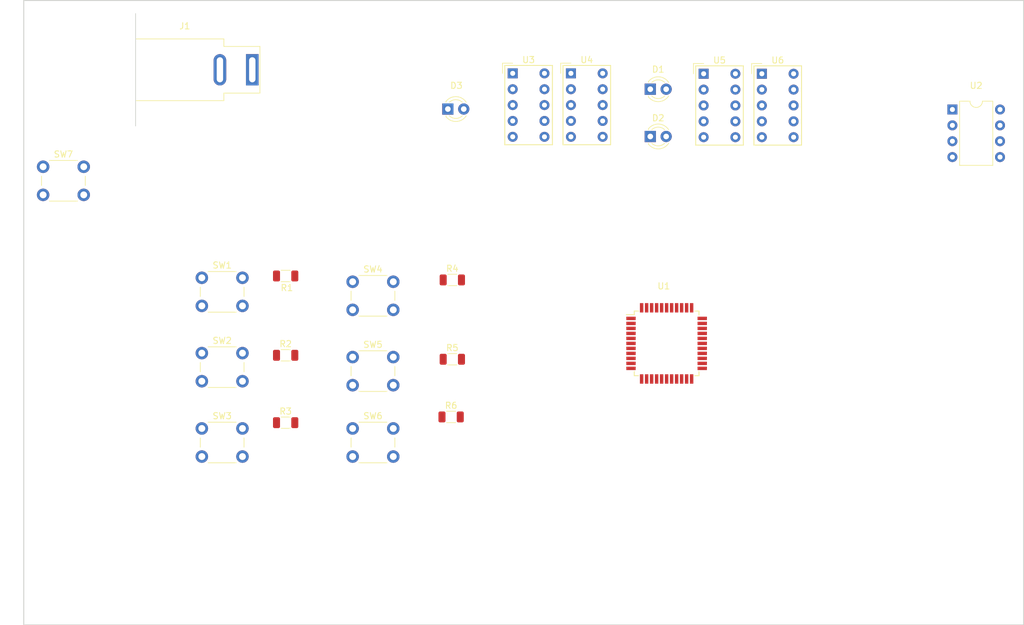
<source format=kicad_pcb>
(kicad_pcb (version 20221018) (generator pcbnew)
  (layers (0 "F.Cu" signal) (31 "B.Cu" signal) (34 "B.Paste" user) (35 "F.Paste" user) (36 "B.SilkS" user "B.Silkscreen") (37 "F.SilkS" user "F.Silkscreen") (38 "B.Mask" user) (39 "F.Mask" user) (44 "Edge.Cuts" user))
  (net 0 "")
  (net 1 "Net-(D1-K)")
  (net 2 "Net-(D1-A)")
  (net 3 "Net-(R1-Pad1)")
  (net 4 "Net-(R2-Pad1)")
  (net 5 "Net-(R3-Pad1)")
  (net 6 "Net-(R4-Pad1)")
  (net 7 "Net-(R5-Pad1)")
  (net 8 "Net-(R6-Pad1)")
  (net 14 "Net-(U1-PB2)")
  (net 16 "Net-(D3-K)")
  (net 17 "Net-(U1-PC2)")
  (net 18 "/2")
  (net 28 "/3")
  (net 29 "/4")
  (net 37 "Net-(U1-PA1)")
  (net 38 "Net-(U1-PA2)")
  (net 39 "/1")
  (net 41 "/F")
  (net 42 "/G")
  (net 43 "/E")
  (net 44 "/D")
  (net 46 "/C")
  (net 47 "/B")
  (net 48 "/A")
  (net 52 "/VCC")
  (net 53 "/Data_RTC")
  (net 54 "/CLK_RTC")
  (net 55 "/!RST_RTC")
  (net 57 "Net-(U2-X1)")
  (net 58 "Net-(U2-X2)")
  (footprint "Button_Switch_THT:SW_PUSH_6mm" (layer "F.Cu") (at 83.5 89.41)
    (fp_text reference "SW1" (at 3.25 -2) (layer "F.SilkS"))
    (fp_text value "SW_Push")
    (fp_line (start -0.25 1.5) (end -0.25 3) (stroke (width 0.12)) (layer "F.SilkS"))
    (fp_line (start 1 5.5) (end 5.5 5.5) (stroke (width 0.12)) (layer "F.SilkS"))
    (fp_line (start 5.5 -1) (end 1 -1) (stroke (width 0.12)) (layer "F.SilkS"))
    (fp_line (start 6.75 3) (end 6.75 1.5) (stroke (width 0.12)) (layer "F.SilkS"))
    (pad "1" thru_hole circle (at 0 0 90) (size 2 2) (drill 1.1) (layers "*.Cu" "*.Mask") (net 3 "Net-(R1-Pad1)"))
    (pad "1" thru_hole circle (at 6.5 0 90) (size 2 2) (drill 1.1) (layers "*.Cu" "*.Mask") (net 3 "Net-(R1-Pad1)"))
    (pad "2" thru_hole circle (at 0 4.5 90) (size 2 2) (drill 1.1) (layers "*.Cu" "*.Mask") (net 37 "Net-(U1-PA1)"))
    (pad "2" thru_hole circle (at 6.5 4.5 90) (size 2 2) (drill 1.1) (layers "*.Cu" "*.Mask") (net 37 "Net-(U1-PA1)"))
  )
  (footprint "Display_7Segment:HDSP-A151" (layer "F.Cu") (at 173.11 56.735)
    (fp_text reference "U6" (at 2.54 -2.159) (layer "F.SilkS"))
    (fp_text value "HDSP-7501")
    (fp_line (start -1.63 -1.63) (end 0 -1.63) (stroke (width 0.12)) (layer "F.SilkS"))
    (fp_line (start -1.63 0) (end -1.63 -1.63) (stroke (width 0.12)) (layer "F.SilkS"))
    (fp_line (start -1.27 -1.27) (end -1.27 11.43) (stroke (width 0.15)) (layer "F.SilkS"))
    (fp_line (start -1.27 11.43) (end 6.35 11.43) (stroke (width 0.15)) (layer "F.SilkS"))
    (fp_line (start 6.35 -1.27) (end -1.27 -1.27) (stroke (width 0.15)) (layer "F.SilkS"))
    (fp_line (start 6.35 11.43) (end 6.35 -1.27) (stroke (width 0.15)) (layer "F.SilkS"))
    (pad "1" thru_hole rect (at 0 0) (size 1.6 1.6) (drill 0.8) (layers "*.Cu" "*.Mask") (net 29 "/4"))
    (pad "2" thru_hole circle (at 0 2.54) (size 1.6 1.6) (drill 0.8) (layers "*.Cu" "*.Mask") (net 41 "/F"))
    (pad "3" thru_hole circle (at 0 5.08) (size 1.6 1.6) (drill 0.8) (layers "*.Cu" "*.Mask") (net 42 "/G"))
    (pad "4" thru_hole circle (at 0 7.62) (size 1.6 1.6) (drill 0.8) (layers "*.Cu" "*.Mask") (net 43 "/E"))
    (pad "5" thru_hole circle (at 0 10.16) (size 1.6 1.6) (drill 0.8) (layers "*.Cu" "*.Mask") (net 44 "/D"))
    (pad "6" thru_hole circle (at 5.08 10.16) (size 1.6 1.6) (drill 0.8) (layers "*.Cu" "*.Mask") (net 29 "/4"))
    (pad "7" thru_hole circle (at 5.08 7.62) (size 1.6 1.6) (drill 0.8) (layers "*.Cu" "*.Mask"))
    (pad "8" thru_hole circle (at 5.08 5.08) (size 1.6 1.6) (drill 0.8) (layers "*.Cu" "*.Mask") (net 46 "/C"))
    (pad "9" thru_hole circle (at 5.08 2.54) (size 1.6 1.6) (drill 0.8) (layers "*.Cu" "*.Mask") (net 47 "/B"))
    (pad "10" thru_hole circle (at 5.08 0) (size 1.6 1.6) (drill 0.8) (layers "*.Cu" "*.Mask") (net 48 "/A"))
  )
  (footprint "Resistor_SMD:R_1206_3216Metric" (layer "F.Cu") (at 96.91 89.12 180)
    (fp_text reference "R1" (at -0.1925 -1.905) (layer "F.SilkS"))
    (fp_text value "R_Small")
    (fp_line (start -0.727064 -0.91) (end 0.727064 -0.91) (stroke (width 0.12)) (layer "F.SilkS"))
    (fp_line (start -0.727064 0.91) (end 0.727064 0.91) (stroke (width 0.12)) (layer "F.SilkS"))
    (pad "1" smd roundrect (at -1.4625 0 180) (size 1.125 1.75) (layers "F.Cu" "F.Paste" "F.Mask") (roundrect_rratio 0.222222) (net 3 "Net-(R1-Pad1)"))
    (pad "2" smd roundrect (at 1.4625 0 180) (size 1.125 1.75) (layers "F.Cu" "F.Paste" "F.Mask") (roundrect_rratio 0.222222) (net 52 "/VCC"))
  )
  (footprint "Display_7Segment:HDSP-A151" (layer "F.Cu") (at 163.795 56.735)
    (fp_text reference "U5" (at 2.54 -2.159) (layer "F.SilkS"))
    (fp_text value "HDSP-7501")
    (fp_line (start -1.63 -1.63) (end 0 -1.63) (stroke (width 0.12)) (layer "F.SilkS"))
    (fp_line (start -1.63 0) (end -1.63 -1.63) (stroke (width 0.12)) (layer "F.SilkS"))
    (fp_line (start -1.27 -1.27) (end -1.27 11.43) (stroke (width 0.15)) (layer "F.SilkS"))
    (fp_line (start -1.27 11.43) (end 6.35 11.43) (stroke (width 0.15)) (layer "F.SilkS"))
    (fp_line (start 6.35 -1.27) (end -1.27 -1.27) (stroke (width 0.15)) (layer "F.SilkS"))
    (fp_line (start 6.35 11.43) (end 6.35 -1.27) (stroke (width 0.15)) (layer "F.SilkS"))
    (pad "1" thru_hole rect (at 0 0) (size 1.6 1.6) (drill 0.8) (layers "*.Cu" "*.Mask") (net 28 "/3"))
    (pad "2" thru_hole circle (at 0 2.54) (size 1.6 1.6) (drill 0.8) (layers "*.Cu" "*.Mask") (net 41 "/F"))
    (pad "3" thru_hole circle (at 0 5.08) (size 1.6 1.6) (drill 0.8) (layers "*.Cu" "*.Mask") (net 42 "/G"))
    (pad "4" thru_hole circle (at 0 7.62) (size 1.6 1.6) (drill 0.8) (layers "*.Cu" "*.Mask") (net 43 "/E"))
    (pad "5" thru_hole circle (at 0 10.16) (size 1.6 1.6) (drill 0.8) (layers "*.Cu" "*.Mask") (net 44 "/D"))
    (pad "6" thru_hole circle (at 5.08 10.16) (size 1.6 1.6) (drill 0.8) (layers "*.Cu" "*.Mask") (net 28 "/3"))
    (pad "7" thru_hole circle (at 5.08 7.62) (size 1.6 1.6) (drill 0.8) (layers "*.Cu" "*.Mask"))
    (pad "8" thru_hole circle (at 5.08 5.08) (size 1.6 1.6) (drill 0.8) (layers "*.Cu" "*.Mask") (net 46 "/C"))
    (pad "9" thru_hole circle (at 5.08 2.54) (size 1.6 1.6) (drill 0.8) (layers "*.Cu" "*.Mask") (net 47 "/B"))
    (pad "10" thru_hole circle (at 5.08 0) (size 1.6 1.6) (drill 0.8) (layers "*.Cu" "*.Mask") (net 48 "/A"))
  )
  (footprint "Button_Switch_THT:SW_PUSH_6mm" (layer "F.Cu") (at 83.5 101.475)
    (fp_text reference "SW2" (at 3.25 -2) (layer "F.SilkS"))
    (fp_text value "SW_Push")
    (fp_line (start -0.25 1.5) (end -0.25 3) (stroke (width 0.12)) (layer "F.SilkS"))
    (fp_line (start 1 5.5) (end 5.5 5.5) (stroke (width 0.12)) (layer "F.SilkS"))
    (fp_line (start 5.5 -1) (end 1 -1) (stroke (width 0.12)) (layer "F.SilkS"))
    (fp_line (start 6.75 3) (end 6.75 1.5) (stroke (width 0.12)) (layer "F.SilkS"))
    (pad "1" thru_hole circle (at 0 0 90) (size 2 2) (drill 1.1) (layers "*.Cu" "*.Mask") (net 4 "Net-(R2-Pad1)"))
    (pad "1" thru_hole circle (at 6.5 0 90) (size 2 2) (drill 1.1) (layers "*.Cu" "*.Mask") (net 4 "Net-(R2-Pad1)"))
    (pad "2" thru_hole circle (at 0 4.5 90) (size 2 2) (drill 1.1) (layers "*.Cu" "*.Mask") (net 37 "Net-(U1-PA1)"))
    (pad "2" thru_hole circle (at 6.5 4.5 90) (size 2 2) (drill 1.1) (layers "*.Cu" "*.Mask") (net 37 "Net-(U1-PA1)"))
  )
  (footprint "Button_Switch_THT:SW_PUSH_6mm" (layer "F.Cu") (at 58.1 71.63)
    (fp_text reference "SW7" (at 3.25 -2) (layer "F.SilkS"))
    (fp_text value "Переключатель будильника")
    (fp_line (start -0.25 1.5) (end -0.25 3) (stroke (width 0.12)) (layer "F.SilkS"))
    (fp_line (start 1 5.5) (end 5.5 5.5) (stroke (width 0.12)) (layer "F.SilkS"))
    (fp_line (start 5.5 -1) (end 1 -1) (stroke (width 0.12)) (layer "F.SilkS"))
    (fp_line (start 6.75 3) (end 6.75 1.5) (stroke (width 0.12)) (layer "F.SilkS"))
    (pad "1" thru_hole circle (at 0 0 90) (size 2 2) (drill 1.1) (layers "*.Cu" "*.Mask") (net 17 "Net-(U1-PC2)"))
    (pad "1" thru_hole circle (at 6.5 0 90) (size 2 2) (drill 1.1) (layers "*.Cu" "*.Mask") (net 17 "Net-(U1-PC2)"))
    (pad "2" thru_hole circle (at 0 4.5 90) (size 2 2) (drill 1.1) (layers "*.Cu" "*.Mask") (net 2 "Net-(D1-A)"))
    (pad "2" thru_hole circle (at 6.5 4.5 90) (size 2 2) (drill 1.1) (layers "*.Cu" "*.Mask") (net 2 "Net-(D1-A)"))
  )
  (footprint "Display_7Segment:HDSP-A151" (layer "F.Cu") (at 133.2425 56.6725)
    (fp_text reference "U3" (at 2.54 -2.159) (layer "F.SilkS"))
    (fp_text value "HDSP-7501")
    (fp_line (start -1.63 -1.63) (end 0 -1.63) (stroke (width 0.12)) (layer "F.SilkS"))
    (fp_line (start -1.63 0) (end -1.63 -1.63) (stroke (width 0.12)) (layer "F.SilkS"))
    (fp_line (start -1.27 -1.27) (end -1.27 11.43) (stroke (width 0.15)) (layer "F.SilkS"))
    (fp_line (start -1.27 11.43) (end 6.35 11.43) (stroke (width 0.15)) (layer "F.SilkS"))
    (fp_line (start 6.35 -1.27) (end -1.27 -1.27) (stroke (width 0.15)) (layer "F.SilkS"))
    (fp_line (start 6.35 11.43) (end 6.35 -1.27) (stroke (width 0.15)) (layer "F.SilkS"))
    (pad "1" thru_hole rect (at 0 0) (size 1.6 1.6) (drill 0.8) (layers "*.Cu" "*.Mask") (net 39 "/1"))
    (pad "2" thru_hole circle (at 0 2.54) (size 1.6 1.6) (drill 0.8) (layers "*.Cu" "*.Mask") (net 41 "/F"))
    (pad "3" thru_hole circle (at 0 5.08) (size 1.6 1.6) (drill 0.8) (layers "*.Cu" "*.Mask") (net 42 "/G"))
    (pad "4" thru_hole circle (at 0 7.62) (size 1.6 1.6) (drill 0.8) (layers "*.Cu" "*.Mask") (net 43 "/E"))
    (pad "5" thru_hole circle (at 0 10.16) (size 1.6 1.6) (drill 0.8) (layers "*.Cu" "*.Mask") (net 44 "/D"))
    (pad "6" thru_hole circle (at 5.08 10.16) (size 1.6 1.6) (drill 0.8) (layers "*.Cu" "*.Mask") (net 39 "/1"))
    (pad "7" thru_hole circle (at 5.08 7.62) (size 1.6 1.6) (drill 0.8) (layers "*.Cu" "*.Mask"))
    (pad "8" thru_hole circle (at 5.08 5.08) (size 1.6 1.6) (drill 0.8) (layers "*.Cu" "*.Mask") (net 46 "/C"))
    (pad "9" thru_hole circle (at 5.08 2.54) (size 1.6 1.6) (drill 0.8) (layers "*.Cu" "*.Mask") (net 47 "/B"))
    (pad "10" thru_hole circle (at 5.08 0) (size 1.6 1.6) (drill 0.8) (layers "*.Cu" "*.Mask") (net 48 "/A"))
  )
  (footprint "Button_Switch_THT:SW_PUSH_6mm" (layer "F.Cu") (at 107.63 102.11)
    (fp_text reference "SW5" (at 3.25 -2) (layer "F.SilkS"))
    (fp_text value "SW_Push")
    (fp_line (start -0.25 1.5) (end -0.25 3) (stroke (width 0.12)) (layer "F.SilkS"))
    (fp_line (start 1 5.5) (end 5.5 5.5) (stroke (width 0.12)) (layer "F.SilkS"))
    (fp_line (start 5.5 -1) (end 1 -1) (stroke (width 0.12)) (layer "F.SilkS"))
    (fp_line (start 6.75 3) (end 6.75 1.5) (stroke (width 0.12)) (layer "F.SilkS"))
    (pad "1" thru_hole circle (at 0 0 90) (size 2 2) (drill 1.1) (layers "*.Cu" "*.Mask") (net 7 "Net-(R5-Pad1)"))
    (pad "1" thru_hole circle (at 6.5 0 90) (size 2 2) (drill 1.1) (layers "*.Cu" "*.Mask") (net 7 "Net-(R5-Pad1)"))
    (pad "2" thru_hole circle (at 0 4.5 90) (size 2 2) (drill 1.1) (layers "*.Cu" "*.Mask") (net 38 "Net-(U1-PA2)"))
    (pad "2" thru_hole circle (at 6.5 4.5 90) (size 2 2) (drill 1.1) (layers "*.Cu" "*.Mask") (net 38 "Net-(U1-PA2)"))
  )
  (footprint "Connector_BarrelJack:BarrelJack_SwitchcraftConxall_RAPC10U_Horizontal" (layer "F.Cu") (at 91.57 56.1)
    (fp_text reference "J1" (at -10.8 -7) (layer "F.SilkS"))
    (fp_text value "Jack-DC")
    (fp_line (start -18.55 4.945) (end -4.55 4.945) (stroke (width 0.12)) (layer "F.SilkS"))
    (fp_line (start -4.55 -4.945) (end -18.55 -4.945) (stroke (width 0.12)) (layer "F.SilkS"))
    (fp_line (start -4.55 -3.74) (end -4.55 -4.945) (stroke (width 0.12)) (layer "F.SilkS"))
    (fp_line (start -4.55 3.74) (end 1.22 3.74) (stroke (width 0.12)) (layer "F.SilkS"))
    (fp_line (start -4.55 4.945) (end -4.55 3.74) (stroke (width 0.12)) (layer "F.SilkS"))
    (fp_line (start 1.22 -3.74) (end -4.55 -3.74) (stroke (width 0.12)) (layer "F.SilkS"))
    (fp_line (start 1.22 3.74) (end 1.22 -3.74) (stroke (width 0.12)) (layer "F.SilkS"))
    (fp_line (start -18.67 -9) (end -18.67 9) (stroke (width 0.12)) (layer "Edge.Cuts"))
    (pad "1" thru_hole rect (at 0 0) (size 2.02 5.02) (drill oval 1.02 4.02) (layers "*.Cu" "*.Mask") (net 52 "/VCC"))
    (pad "2" thru_hole oval (at -5.18 0) (size 2.02 5.02) (drill oval 1.02 4.02) (layers "*.Cu" "*.Mask") (net 2 "Net-(D1-A)"))
  )
  (footprint "MountingHole:MountingHole_2.7mm_M2.5_DIN965" (layer "F.Cu") (at 212.24 139.45)
    (fp_text reference "MH4" hide)
    (fp_text value "MountingHole_2.7mm_M2.5_DIN965" hide)
    (pad "" np_thru_hole circle locked (at 0 0) (size 2.7 2.7) (drill 2.7) (layers "*.Cu" "*.Mask"))
  )
  (footprint "Resistor_SMD:R_1206_3216Metric" (layer "F.Cu") (at 123.58 102.455)
    (fp_text reference "R5" (at 0 -1.82) (layer "F.SilkS"))
    (fp_text value "R_Small")
    (fp_line (start -0.727064 -0.91) (end 0.727064 -0.91) (stroke (width 0.12)) (layer "F.SilkS"))
    (fp_line (start -0.727064 0.91) (end 0.727064 0.91) (stroke (width 0.12)) (layer "F.SilkS"))
    (pad "1" smd roundrect (at -1.4625 0) (size 1.125 1.75) (layers "F.Cu" "F.Paste" "F.Mask") (roundrect_rratio 0.222222) (net 7 "Net-(R5-Pad1)"))
    (pad "2" smd roundrect (at 1.4625 0) (size 1.125 1.75) (layers "F.Cu" "F.Paste" "F.Mask") (roundrect_rratio 0.222222) (net 52 "/VCC"))
  )
  (footprint "Button_Switch_THT:SW_PUSH_6mm" (layer "F.Cu") (at 83.5 113.54)
    (fp_text reference "SW3" (at 3.25 -2) (layer "F.SilkS"))
    (fp_text value "SW_Push")
    (fp_line (start -0.25 1.5) (end -0.25 3) (stroke (width 0.12)) (layer "F.SilkS"))
    (fp_line (start 1 5.5) (end 5.5 5.5) (stroke (width 0.12)) (layer "F.SilkS"))
    (fp_line (start 5.5 -1) (end 1 -1) (stroke (width 0.12)) (layer "F.SilkS"))
    (fp_line (start 6.75 3) (end 6.75 1.5) (stroke (width 0.12)) (layer "F.SilkS"))
    (pad "1" thru_hole circle (at 0 0 90) (size 2 2) (drill 1.1) (layers "*.Cu" "*.Mask") (net 5 "Net-(R3-Pad1)"))
    (pad "1" thru_hole circle (at 6.5 0 90) (size 2 2) (drill 1.1) (layers "*.Cu" "*.Mask") (net 5 "Net-(R3-Pad1)"))
    (pad "2" thru_hole circle (at 0 4.5 90) (size 2 2) (drill 1.1) (layers "*.Cu" "*.Mask") (net 37 "Net-(U1-PA1)"))
    (pad "2" thru_hole circle (at 6.5 4.5 90) (size 2 2) (drill 1.1) (layers "*.Cu" "*.Mask") (net 37 "Net-(U1-PA1)"))
  )
  (footprint "MountingHole:MountingHole_2.7mm_M2.5_DIN965" (layer "F.Cu") (at 58.57 50.55)
    (fp_text reference "MH1" hide)
    (fp_text value "MountingHole_2.7mm_M2.5_DIN965" hide)
    (pad "" np_thru_hole circle (at 0 0) (size 2.7 2.7) (drill 2.7) (layers "*.Cu" "*.Mask"))
  )
  (footprint "MountingHole:MountingHole_2.7mm_M2.5_DIN965" (layer "F.Cu") (at 58.57 139.45)
    (fp_text reference "MH2" hide)
    (fp_text value "MountingHole_2.7mm_M2.5_DIN965" hide)
    (pad "" np_thru_hole circle locked (at 0 0) (size 2.7 2.7) (drill 2.7) (layers "*.Cu" "*.Mask"))
  )
  (footprint "LED_THT:LED_D3.0mm" (layer "F.Cu") (at 155.2575 66.7825)
    (fp_text reference "D2" (at 1.27 -2.96) (layer "F.SilkS"))
    (fp_text value "LED")
    (fp_line (start -0.29 -1.236) (end -0.29 -1.08) (stroke (width 0.12)) (layer "F.SilkS"))
    (fp_line (start -0.29 1.08) (end -0.29 1.236) (stroke (width 0.12)) (layer "F.SilkS"))
    (fp_arc (start -0.29 -1.235516) (mid 1.366487 -1.987659) (end 2.942335 -1.078608) (stroke (width 0.12)) (layer "F.SilkS"))
    (fp_arc (start 0.229039 -1.08) (mid 1.270117 -1.5) (end 2.31113 -1.079837) (stroke (width 0.12)) (layer "F.SilkS"))
    (fp_arc (start 2.31113 1.079837) (mid 1.270117 1.5) (end 0.229039 1.08) (stroke (width 0.12)) (layer "F.SilkS"))
    (fp_arc (start 2.942335 1.078608) (mid 1.366487 1.987659) (end -0.29 1.235516) (stroke (width 0.12)) (layer "F.SilkS"))
    (pad "1" thru_hole rect (at 0 0) (size 1.8 1.8) (drill 0.9) (layers "*.Cu" "*.Mask") (net 1 "Net-(D1-K)"))
    (pad "2" thru_hole circle (at 2.54 0) (size 1.8 1.8) (drill 0.9) (layers "*.Cu" "*.Mask") (net 2 "Net-(D1-A)"))
  )
  (footprint "LED_THT:LED_D3.0mm" (layer "F.Cu") (at 155.2575 59.2125)
    (fp_text reference "D1" (at 1.27 -3.175) (layer "F.SilkS"))
    (fp_text value "LED")
    (fp_line (start -0.29 -1.236) (end -0.29 -1.08) (stroke (width 0.12)) (layer "F.SilkS"))
    (fp_line (start -0.29 1.08) (end -0.29 1.236) (stroke (width 0.12)) (layer "F.SilkS"))
    (fp_arc (start -0.29 -1.235516) (mid 1.366487 -1.987659) (end 2.942335 -1.078608) (stroke (width 0.12)) (layer "F.SilkS"))
    (fp_arc (start 0.229039 -1.08) (mid 1.270117 -1.5) (end 2.31113 -1.079837) (stroke (width 0.12)) (layer "F.SilkS"))
    (fp_arc (start 2.31113 1.079837) (mid 1.270117 1.5) (end 0.229039 1.08) (stroke (width 0.12)) (layer "F.SilkS"))
    (fp_arc (start 2.942335 1.078608) (mid 1.366487 1.987659) (end -0.29 1.235516) (stroke (width 0.12)) (layer "F.SilkS"))
    (pad "1" thru_hole rect (at 0 0) (size 1.8 1.8) (drill 0.9) (layers "*.Cu" "*.Mask") (net 1 "Net-(D1-K)"))
    (pad "2" thru_hole circle (at 2.54 0) (size 1.8 1.8) (drill 0.9) (layers "*.Cu" "*.Mask") (net 2 "Net-(D1-A)"))
  )
  (footprint "MountingHole:MountingHole_2.7mm_M2.5_DIN965" (layer "F.Cu") (at 212.24 50.55)
    (fp_text reference "MH3" hide)
    (fp_text value "MountingHole_2.7mm_M2.5_DIN965" hide)
    (pad "" np_thru_hole circle locked (at 0 0) (size 2.7 2.7) (drill 2.7) (layers "*.Cu" "*.Mask"))
  )
  (footprint "LED_THT:LED_D3.0mm" (layer "F.Cu") (at 122.8675 62.3875)
    (fp_text reference "D3" (at 1.366487 -3.75) (layer "F.SilkS"))
    (fp_text value "LED")
    (fp_line (start -0.29 -1.236) (end -0.29 -1.08) (stroke (width 0.12)) (layer "F.SilkS"))
    (fp_line (start -0.29 1.08) (end -0.29 1.236) (stroke (width 0.12)) (layer "F.SilkS"))
    (fp_arc (start -0.29 -1.235516) (mid 1.366487 -1.987659) (end 2.942335 -1.078608) (stroke (width 0.12)) (layer "F.SilkS"))
    (fp_arc (start 0.229039 -1.08) (mid 1.270117 -1.5) (end 2.31113 -1.079837) (stroke (width 0.12)) (layer "F.SilkS"))
    (fp_arc (start 2.31113 1.079837) (mid 1.270117 1.5) (end 0.229039 1.08) (stroke (width 0.12)) (layer "F.SilkS"))
    (fp_arc (start 2.942335 1.078608) (mid 1.366487 1.987659) (end -0.29 1.235516) (stroke (width 0.12)) (layer "F.SilkS"))
    (pad "1" thru_hole rect (at 0 0) (size 1.8 1.8) (drill 0.9) (layers "*.Cu" "*.Mask") (net 16 "Net-(D3-K)"))
    (pad "2" thru_hole circle (at 2.54 0) (size 1.8 1.8) (drill 0.9) (layers "*.Cu" "*.Mask") (net 2 "Net-(D1-A)"))
  )
  (footprint "Resistor_SMD:R_1206_3216Metric" (layer "F.Cu") (at 96.91 101.82)
    (fp_text reference "R2" (at 0 -1.82) (layer "F.SilkS"))
    (fp_text value "R_Small")
    (fp_line (start -0.727064 -0.91) (end 0.727064 -0.91) (stroke (width 0.12)) (layer "F.SilkS"))
    (fp_line (start -0.727064 0.91) (end 0.727064 0.91) (stroke (width 0.12)) (layer "F.SilkS"))
    (pad "1" smd roundrect (at -1.4625 0) (size 1.125 1.75) (layers "F.Cu" "F.Paste" "F.Mask") (roundrect_rratio 0.222222) (net 4 "Net-(R2-Pad1)"))
    (pad "2" smd roundrect (at 1.4625 0) (size 1.125 1.75) (layers "F.Cu" "F.Paste" "F.Mask") (roundrect_rratio 0.222222) (net 52 "/VCC"))
  )
  (footprint "Resistor_SMD:R_1206_3216Metric" (layer "F.Cu") (at 123.3875 111.695)
    (fp_text reference "R6" (at 0 -1.82) (layer "F.SilkS"))
    (fp_text value "R_Small")
    (fp_line (start -0.727064 -0.91) (end 0.727064 -0.91) (stroke (width 0.12)) (layer "F.SilkS"))
    (fp_line (start -0.727064 0.91) (end 0.727064 0.91) (stroke (width 0.12)) (layer "F.SilkS"))
    (pad "1" smd roundrect (at -1.4625 0) (size 1.125 1.75) (layers "F.Cu" "F.Paste" "F.Mask") (roundrect_rratio 0.222222) (net 8 "Net-(R6-Pad1)"))
    (pad "2" smd roundrect (at 1.4625 0) (size 1.125 1.75) (layers "F.Cu" "F.Paste" "F.Mask") (roundrect_rratio 0.222222) (net 52 "/VCC"))
  )
  (footprint "Display_7Segment:HDSP-A151" (layer "F.Cu") (at 142.5575 56.6725)
    (fp_text reference "U4" (at 2.54 -2.159) (layer "F.SilkS"))
    (fp_text value "HDSP-7501")
    (fp_line (start -1.63 -1.63) (end 0 -1.63) (stroke (width 0.12)) (layer "F.SilkS"))
    (fp_line (start -1.63 0) (end -1.63 -1.63) (stroke (width 0.12)) (layer "F.SilkS"))
    (fp_line (start -1.27 -1.27) (end -1.27 11.43) (stroke (width 0.15)) (layer "F.SilkS"))
    (fp_line (start -1.27 11.43) (end 6.35 11.43) (stroke (width 0.15)) (layer "F.SilkS"))
    (fp_line (start 6.35 -1.27) (end -1.27 -1.27) (stroke (width 0.15)) (layer "F.SilkS"))
    (fp_line (start 6.35 11.43) (end 6.35 -1.27) (stroke (width 0.15)) (layer "F.SilkS"))
    (pad "1" thru_hole rect (at 0 0) (size 1.6 1.6) (drill 0.8) (layers "*.Cu" "*.Mask") (net 18 "/2"))
    (pad "2" thru_hole circle (at 0 2.54) (size 1.6 1.6) (drill 0.8) (layers "*.Cu" "*.Mask") (net 41 "/F"))
    (pad "3" thru_hole circle (at 0 5.08) (size 1.6 1.6) (drill 0.8) (layers "*.Cu" "*.Mask") (net 42 "/G"))
    (pad "4" thru_hole circle (at 0 7.62) (size 1.6 1.6) (drill 0.8) (layers "*.Cu" "*.Mask") (net 43 "/E"))
    (pad "5" thru_hole circle (at 0 10.16) (size 1.6 1.6) (drill 0.8) (layers "*.Cu" "*.Mask") (net 44 "/D"))
    (pad "6" thru_hole circle (at 5.08 10.16) (size 1.6 1.6) (drill 0.8) (layers "*.Cu" "*.Mask") (net 18 "/2"))
    (pad "7" thru_hole circle (at 5.08 7.62) (size 1.6 1.6) (drill 0.8) (layers "*.Cu" "*.Mask"))
    (pad "8" thru_hole circle (at 5.08 5.08) (size 1.6 1.6) (drill 0.8) (layers "*.Cu" "*.Mask") (net 46 "/C"))
    (pad "9" thru_hole circle (at 5.08 2.54) (size 1.6 1.6) (drill 0.8) (layers "*.Cu" "*.Mask") (net 47 "/B"))
    (pad "10" thru_hole circle (at 5.08 0) (size 1.6 1.6) (drill 0.8) (layers "*.Cu" "*.Mask") (net 48 "/A"))
  )
  (footprint "Button_Switch_THT:SW_PUSH_6mm" (layer "F.Cu") (at 107.63 113.54)
    (fp_text reference "SW6" (at 3.25 -2) (layer "F.SilkS"))
    (fp_text value "SW_Push")
    (fp_line (start -0.25 1.5) (end -0.25 3) (stroke (width 0.12)) (layer "F.SilkS"))
    (fp_line (start 1 5.5) (end 5.5 5.5) (stroke (width 0.12)) (layer "F.SilkS"))
    (fp_line (start 5.5 -1) (end 1 -1) (stroke (width 0.12)) (layer "F.SilkS"))
    (fp_line (start 6.75 3) (end 6.75 1.5) (stroke (width 0.12)) (layer "F.SilkS"))
    (pad "1" thru_hole circle (at 0 0 90) (size 2 2) (drill 1.1) (layers "*.Cu" "*.Mask") (net 8 "Net-(R6-Pad1)"))
    (pad "1" thru_hole circle (at 6.5 0 90) (size 2 2) (drill 1.1) (layers "*.Cu" "*.Mask") (net 8 "Net-(R6-Pad1)"))
    (pad "2" thru_hole circle (at 0 4.5 90) (size 2 2) (drill 1.1) (layers "*.Cu" "*.Mask") (net 38 "Net-(U1-PA2)"))
    (pad "2" thru_hole circle (at 6.5 4.5 90) (size 2 2) (drill 1.1) (layers "*.Cu" "*.Mask") (net 38 "Net-(U1-PA2)"))
  )
  (footprint "Package_QFP:TQFP-44_10x10mm_P0.8mm" (layer "F.Cu") (at 157.87 99.915)
    (fp_text reference "U1" (at -0.45 -9.165) (layer "F.SilkS"))
    (fp_text value "ATxmega32A4U-A")
    (fp_line (start -5.175 -5.175) (end -5.175 -4.6) (stroke (width 0.15)) (layer "F.SilkS"))
    (fp_line (start -5.175 -5.175) (end -4.5 -5.175) (stroke (width 0.15)) (layer "F.SilkS"))
    (fp_line (start -5.175 -4.6) (end -6.45 -4.6) (stroke (width 0.15)) (layer "F.SilkS"))
    (fp_line (start -5.175 5.175) (end -5.175 4.5) (stroke (width 0.15)) (layer "F.SilkS"))
    (fp_line (start -5.175 5.175) (end -4.5 5.175) (stroke (width 0.15)) (layer "F.SilkS"))
    (fp_line (start 5.175 -5.175) (end 4.5 -5.175) (stroke (width 0.15)) (layer "F.SilkS"))
    (fp_line (start 5.175 -5.175) (end 5.175 -4.5) (stroke (width 0.15)) (layer "F.SilkS"))
    (fp_line (start 5.175 5.175) (end 4.5 5.175) (stroke (width 0.15)) (layer "F.SilkS"))
    (fp_line (start 5.175 5.175) (end 5.175 4.5) (stroke (width 0.15)) (layer "F.SilkS"))
    (pad "1" smd rect (at -5.7 -4) (size 1.5 0.55) (layers "F.Cu" "F.Paste" "F.Mask"))
    (pad "2" smd rect (at -5.7 -3.2) (size 1.5 0.55) (layers "F.Cu" "F.Paste" "F.Mask"))
    (pad "3" smd rect (at -5.7 -2.4) (size 1.5 0.55) (layers "F.Cu" "F.Paste" "F.Mask"))
    (pad "4" smd rect (at -5.7 -1.6) (size 1.5 0.55) (layers "F.Cu" "F.Paste" "F.Mask"))
    (pad "5" smd rect (at -5.7 -0.8) (size 1.5 0.55) (layers "F.Cu" "F.Paste" "F.Mask"))
    (pad "6" smd rect (at -5.7 0) (size 1.5 0.55) (layers "F.Cu" "F.Paste" "F.Mask") (net 14 "Net-(U1-PB2)"))
    (pad "7" smd rect (at -5.7 0.8) (size 1.5 0.55) (layers "F.Cu" "F.Paste" "F.Mask"))
    (pad "8" smd rect (at -5.7 1.6) (size 1.5 0.55) (layers "F.Cu" "F.Paste" "F.Mask") (net 2 "Net-(D1-A)"))
    (pad "9" smd rect (at -5.7 2.4) (size 1.5 0.55) (layers "F.Cu" "F.Paste" "F.Mask") (net 52 "/VCC"))
    (pad "10" smd rect (at -5.7 3.2) (size 1.5 0.55) (layers "F.Cu" "F.Paste" "F.Mask") (net 1 "Net-(D1-K)"))
    (pad "11" smd rect (at -5.7 4) (size 1.5 0.55) (layers "F.Cu" "F.Paste" "F.Mask") (net 16 "Net-(D3-K)"))
    (pad "12" smd rect (at -4 5.7 90) (size 1.5 0.55) (layers "F.Cu" "F.Paste" "F.Mask") (net 17 "Net-(U1-PC2)"))
    (pad "13" smd rect (at -3.2 5.7 90) (size 1.5 0.55) (layers "F.Cu" "F.Paste" "F.Mask") (net 18 "/2"))
    (pad "14" smd rect (at -2.4 5.7 90) (size 1.5 0.55) (layers "F.Cu" "F.Paste" "F.Mask"))
    (pad "15" smd rect (at -1.6 5.7 90) (size 1.5 0.55) (layers "F.Cu" "F.Paste" "F.Mask"))
    (pad "16" smd rect (at -0.8 5.7 90) (size 1.5 0.55) (layers "F.Cu" "F.Paste" "F.Mask"))
    (pad "17" smd rect (at 0 5.7 90) (size 1.5 0.55) (layers "F.Cu" "F.Paste" "F.Mask"))
    (pad "18" smd rect (at 0.8 5.7 90) (size 1.5 0.55) (layers "F.Cu" "F.Paste" "F.Mask") (net 2 "Net-(D1-A)"))
    (pad "19" smd rect (at 1.6 5.7 90) (size 1.5 0.55) (layers "F.Cu" "F.Paste" "F.Mask") (net 52 "/VCC"))
    (pad "20" smd rect (at 2.4 5.7 90) (size 1.5 0.55) (layers "F.Cu" "F.Paste" "F.Mask") (net 53 "/Data_RTC"))
    (pad "21" smd rect (at 3.2 5.7 90) (size 1.5 0.55) (layers "F.Cu" "F.Paste" "F.Mask") (net 54 "/CLK_RTC"))
    (pad "22" smd rect (at 4 5.7 90) (size 1.5 0.55) (layers "F.Cu" "F.Paste" "F.Mask") (net 55 "/!RST_RTC"))
    (pad "23" smd rect (at 5.7 4) (size 1.5 0.55) (layers "F.Cu" "F.Paste" "F.Mask"))
    (pad "24" smd rect (at 5.7 3.2) (size 1.5 0.55) (layers "F.Cu" "F.Paste" "F.Mask"))
    (pad "25" smd rect (at 5.7 2.4) (size 1.5 0.55) (layers "F.Cu" "F.Paste" "F.Mask"))
    (pad "26" smd rect (at 5.7 1.6) (size 1.5 0.55) (layers "F.Cu" "F.Paste" "F.Mask"))
    (pad "27" smd rect (at 5.7 0.8) (size 1.5 0.55) (layers "F.Cu" "F.Paste" "F.Mask"))
    (pad "28" smd rect (at 5.7 0) (size 1.5 0.55) (layers "F.Cu" "F.Paste" "F.Mask") (net 28 "/3"))
    (pad "29" smd rect (at 5.7 -0.8) (size 1.5 0.55) (layers "F.Cu" "F.Paste" "F.Mask") (net 29 "/4"))
    (pad "30" smd rect (at 5.7 -1.6) (size 1.5 0.55) (layers "F.Cu" "F.Paste" "F.Mask") (net 2 "Net-(D1-A)"))
    (pad "31" smd rect (at 5.7 -2.4) (size 1.5 0.55) (layers "F.Cu" "F.Paste" "F.Mask") (net 52 "/VCC"))
    (pad "32" smd rect (at 5.7 -3.2) (size 1.5 0.55) (layers "F.Cu" "F.Paste" "F.Mask"))
    (pad "33" smd rect (at 5.7 -4) (size 1.5 0.55) (layers "F.Cu" "F.Paste" "F.Mask"))
    (pad "34" smd rect (at 4 -5.7 90) (size 1.5 0.55) (layers "F.Cu" "F.Paste" "F.Mask"))
    (pad "35" smd rect (at 3.2 -5.7 90) (size 1.5 0.55) (layers "F.Cu" "F.Paste" "F.Mask"))
    (pad "36" smd rect (at 2.4 -5.7 90) (size 1.5 0.55) (layers "F.Cu" "F.Paste" "F.Mask"))
    (pad "37" smd rect (at 1.6 -5.7 90) (size 1.5 0.55) (layers "F.Cu" "F.Paste" "F.Mask"))
    (pad "38" smd rect (at 0.8 -5.7 90) (size 1.5 0.55) (layers "F.Cu" "F.Paste" "F.Mask") (net 2 "Net-(D1-A)"))
    (pad "39" smd rect (at 0 -5.7 90) (size 1.5 0.55) (layers "F.Cu" "F.Paste" "F.Mask") (net 52 "/VCC"))
    (pad "40" smd rect (at -0.8 -5.7 90) (size 1.5 0.55) (layers "F.Cu" "F.Paste" "F.Mask"))
    (pad "41" smd rect (at -1.6 -5.7 90) (size 1.5 0.55) (layers "F.Cu" "F.Paste" "F.Mask") (net 37 "Net-(U1-PA1)"))
    (pad "42" smd rect (at -2.4 -5.7 90) (size 1.5 0.55) (layers "F.Cu" "F.Paste" "F.Mask") (net 38 "Net-(U1-PA2)"))
    (pad "43" smd rect (at -3.2 -5.7 90) (size 1.5 0.55) (layers "F.Cu" "F.Paste" "F.Mask") (net 39 "/1"))
    (pad "44" smd rect (at -4 -5.7 90) (size 1.5 0.55) (layers "F.Cu" "F.Paste" "F.Mask"))
  )
  (footprint "Resistor_SMD:R_1206_3216Metric" (layer "F.Cu") (at 123.58 89.755)
    (fp_text reference "R4" (at 0 -1.82) (layer "F.SilkS"))
    (fp_text value "R_Small")
    (fp_line (start -0.727064 -0.91) (end 0.727064 -0.91) (stroke (width 0.12)) (layer "F.SilkS"))
    (fp_line (start -0.727064 0.91) (end 0.727064 0.91) (stroke (width 0.12)) (layer "F.SilkS"))
    (pad "1" smd roundrect (at -1.4625 0) (size 1.125 1.75) (layers "F.Cu" "F.Paste" "F.Mask") (roundrect_rratio 0.222222) (net 6 "Net-(R4-Pad1)"))
    (pad "2" smd roundrect (at 1.4625 0) (size 1.125 1.75) (layers "F.Cu" "F.Paste" "F.Mask") (roundrect_rratio 0.222222) (net 52 "/VCC"))
  )
  (footprint "Resistor_SMD:R_1206_3216Metric" (layer "F.Cu") (at 96.91 112.615)
    (fp_text reference "R3" (at 0 -1.82) (layer "F.SilkS"))
    (fp_text value "R_Small")
    (fp_line (start -0.727064 -0.91) (end 0.727064 -0.91) (stroke (width 0.12)) (layer "F.SilkS"))
    (fp_line (start -0.727064 0.91) (end 0.727064 0.91) (stroke (width 0.12)) (layer "F.SilkS"))
    (pad "1" smd roundrect (at -1.4625 0) (size 1.125 1.75) (layers "F.Cu" "F.Paste" "F.Mask") (roundrect_rratio 0.222222) (net 5 "Net-(R3-Pad1)"))
    (pad "2" smd roundrect (at 1.4625 0) (size 1.125 1.75) (layers "F.Cu" "F.Paste" "F.Mask") (roundrect_rratio 0.222222) (net 52 "/VCC"))
  )
  (footprint "Package_DIP:DIP-8_W7.62mm" (layer "F.Cu") (at 203.6 62.46)
    (fp_text reference "U2" (at 3.8 -3.82) (layer "F.SilkS"))
    (fp_text value "DS1302+")
    (fp_line (start 1.16 -1.33) (end 1.16 8.95) (stroke (width 0.12)) (layer "F.SilkS"))
    (fp_line (start 1.16 8.95) (end 6.46 8.95) (stroke (width 0.12)) (layer "F.SilkS"))
    (fp_line (start 2.81 -1.33) (end 1.16 -1.33) (stroke (width 0.12)) (layer "F.SilkS"))
    (fp_line (start 6.46 -1.33) (end 4.81 -1.33) (stroke (width 0.12)) (layer "F.SilkS"))
    (fp_line (start 6.46 8.95) (end 6.46 -1.33) (stroke (width 0.12)) (layer "F.SilkS"))
    (fp_arc (start 4.81 -1.33) (mid 3.81 -0.33) (end 2.81 -1.33) (stroke (width 0.12)) (layer "F.SilkS"))
    (pad "1" thru_hole rect (at 0 0) (size 1.6 1.6) (drill 0.8) (layers "*.Cu" "*.Mask") (net 52 "/VCC"))
    (pad "2" thru_hole oval (at 0 2.54) (size 1.6 1.6) (drill 0.8) (layers "*.Cu" "*.Mask") (net 57 "Net-(U2-X1)"))
    (pad "3" thru_hole oval (at 0 5.08) (size 1.6 1.6) (drill 0.8) (layers "*.Cu" "*.Mask") (net 58 "Net-(U2-X2)"))
    (pad "4" thru_hole oval (at 0 7.62) (size 1.6 1.6) (drill 0.8) (layers "*.Cu" "*.Mask") (net 2 "Net-(D1-A)"))
    (pad "5" thru_hole oval (at 7.62 7.62) (size 1.6 1.6) (drill 0.8) (layers "*.Cu" "*.Mask") (net 55 "/!RST_RTC"))
    (pad "6" thru_hole oval (at 7.62 5.08) (size 1.6 1.6) (drill 0.8) (layers "*.Cu" "*.Mask") (net 53 "/Data_RTC"))
    (pad "7" thru_hole oval (at 7.62 2.54) (size 1.6 1.6) (drill 0.8) (layers "*.Cu" "*.Mask") (net 54 "/CLK_RTC"))
    (pad "8" thru_hole oval (at 7.62 0) (size 1.6 1.6) (drill 0.8) (layers "*.Cu" "*.Mask"))
  )
  (footprint "Button_Switch_THT:SW_PUSH_6mm" (layer "F.Cu") (at 107.63 90.045)
    (fp_text reference "SW4" (at 3.25 -2) (layer "F.SilkS"))
    (fp_text value "SW_Push")
    (fp_line (start -0.25 1.5) (end -0.25 3) (stroke (width 0.12)) (layer "F.SilkS"))
    (fp_line (start 1 5.5) (end 5.5 5.5) (stroke (width 0.12)) (layer "F.SilkS"))
    (fp_line (start 5.5 -1) (end 1 -1) (stroke (width 0.12)) (layer "F.SilkS"))
    (fp_line (start 6.75 3) (end 6.75 1.5) (stroke (width 0.12)) (layer "F.SilkS"))
    (pad "1" thru_hole circle (at 0 0 90) (size 2 2) (drill 1.1) (layers "*.Cu" "*.Mask") (net 6 "Net-(R4-Pad1)"))
    (pad "1" thru_hole circle (at 6.5 0 90) (size 2 2) (drill 1.1) (layers "*.Cu" "*.Mask") (net 6 "Net-(R4-Pad1)"))
    (pad "2" thru_hole circle (at 0 4.5 90) (size 2 2) (drill 1.1) (layers "*.Cu" "*.Mask") (net 38 "Net-(U1-PA2)"))
    (pad "2" thru_hole circle (at 6.5 4.5 90) (size 2 2) (drill 1.1) (layers "*.Cu" "*.Mask") (net 38 "Net-(U1-PA2)"))
  )
  (gr_rect locked (start 55 45) (end 215 145) (stroke (width 0.15)) (fill none) (layer "Edge.Cuts"))
)
</source>
